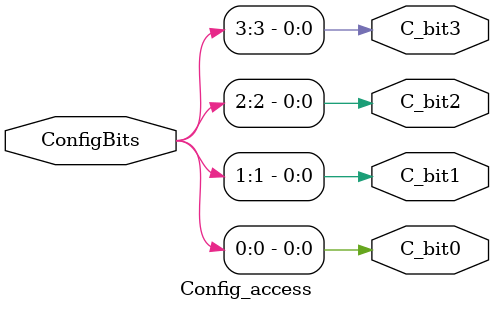
<source format=v>
`timescale 1ns/1ps
(* FABulous, BelMap,
C_bit0=0,
C_bit1=1,
C_bit2=2,
C_bit3=3
*)
module Config_access (C_bit0, C_bit1, C_bit2, C_bit3, ConfigBits);
	parameter NoConfigBits = 4;// has to be adjusted manually (we don't use an arithmetic parser for the value)
	// Pin0
	(* FABulous, EXTERNAL *)output C_bit0; // EXTERNAL
	(* FABulous, EXTERNAL *)output C_bit1; // EXTERNAL
	(* FABulous, EXTERNAL *)output C_bit2; // EXTERNAL
	(* FABulous, EXTERNAL *)output C_bit3; // EXTERNAL
	// GLOBAL all primitive pins that are connected to the switch matrix have to go before the GLOBAL label
	(* FABulous, GLOBAL *)input [NoConfigBits-1:0] ConfigBits;

	// we just wire configuration bits to fabric top
	assign C_bit0 = ConfigBits[0];
	assign C_bit1 = ConfigBits[1];
	assign C_bit2 = ConfigBits[2];
	assign C_bit3 = ConfigBits[3];

endmodule

</source>
